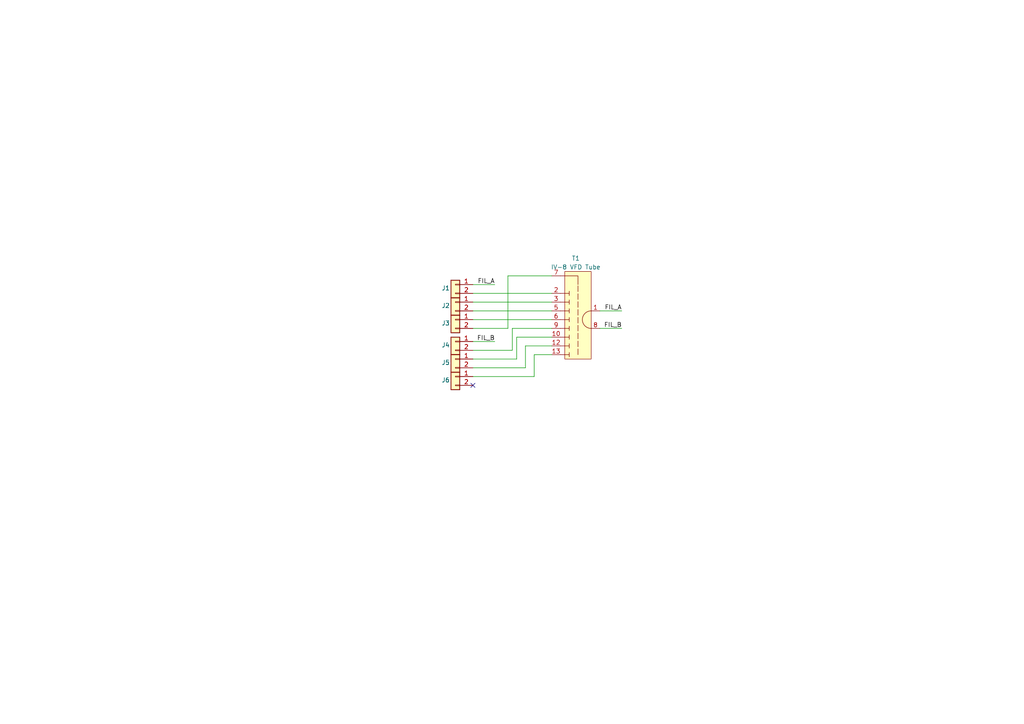
<source format=kicad_sch>
(kicad_sch (version 20250114) (generator "eeschema") (generator_version "9.0")
  (paper "A4")
  (title_block (title "IV-8 Module") (date "2025-04-06") (rev "1") (comment 1 "JB") (comment 2 "E1092"))
  (lib_symbols
    (symbol "Connector_Generic:Conn_01x02" (pin_names (offset 1.016) (hide yes))
      (property "Reference" "J" (at 0 2.54 0))
      (property "Value" "Conn_01x02" (at 0 -5.08 0))
      (symbol "Conn_01x02_1_1"
        (rectangle (start -1.27 1.27) (end 1.27 -3.81) (stroke (width 0.254)) (fill (type background)))
        (rectangle (start -1.27 0.127) (end 0 -0.127) (stroke (width 0.1524)))
        (rectangle (start -1.27 -2.413) (end 0 -2.667) (stroke (width 0.1524)))
        (pin passive line (at -5.08 0 0) (length 3.81) (name "Pin_1") (number "1"))
        (pin passive line (at -5.08 -2.54 0) (length 3.81) (name "Pin_2") (number "2"))
      )
    )
    (symbol "ProjectSym:IV-8"
      (property "Reference" "T?" (at 3.556 15.24 0))
      (symbol "IV-8_1_1"
        (polyline (pts (xy -5.08 12.7) (xy 0 12.7) (xy 0 10.16)))
        (polyline (pts (xy -5.08 7.62) (xy -5.08 7.62)))
        (polyline (pts (xy -5.08 7.62) (xy -2.54 7.62)))
        (polyline (pts (xy -5.08 5.08) (xy -2.54 5.08)))
        (polyline (pts (xy -5.08 2.54) (xy -2.54 2.54)))
        (polyline (pts (xy -5.08 0) (xy -2.54 0)))
        (polyline (pts (xy -5.08 -2.54) (xy -2.54 -2.54)))
        (polyline (pts (xy -5.08 -5.08) (xy -2.54 -5.08)))
        (polyline (pts (xy -5.08 -7.62) (xy -2.54 -7.62)))
        (polyline (pts (xy -5.08 -10.16) (xy -2.54 -10.16)))
        (rectangle (start -3.81 13.97) (end 3.81 -11.43) (fill (type background)))
        (polyline (pts (xy -2.54 8.255) (xy -2.54 6.985)))
        (polyline (pts (xy -2.54 7.62) (xy -2.54 7.62)))
        (polyline (pts (xy -2.54 5.715) (xy -2.54 4.445)))
        (polyline (pts (xy -2.54 5.08) (xy -2.54 5.08)))
        (polyline (pts (xy -2.54 3.175) (xy -2.54 1.905)))
        (polyline (pts (xy -2.54 2.54) (xy -2.54 2.54)))
        (polyline (pts (xy -2.54 0.635) (xy -2.54 -0.635)))
        (polyline (pts (xy -2.54 0) (xy -2.54 0)))
        (polyline (pts (xy -2.54 -1.905) (xy -2.54 -3.175)))
        (polyline (pts (xy -2.54 -2.54) (xy -2.54 -2.54)))
        (polyline (pts (xy -2.54 -4.445) (xy -2.54 -5.715)))
        (polyline (pts (xy -2.54 -5.08) (xy -2.54 -5.08)))
        (polyline (pts (xy -2.54 -6.985) (xy -2.54 -8.255)))
        (polyline (pts (xy -2.54 -7.62) (xy -2.54 -7.62)))
        (polyline (pts (xy -2.54 -9.525) (xy -2.54 -10.795)))
        (polyline (pts (xy -2.54 -10.16) (xy -2.54 -10.16)))
        (polyline (pts (xy 0 -10.16) (xy 0 10.16)) (stroke (width 0) (type dash)))
        (arc (start 3.81 -2.54) (mid 1.27 0) (end 3.81 2.54))
        (pin input line (at -7.62 12.7 0) (length 2.54) (name "") (number "7"))
        (pin input line (at -7.62 7.62 0) (length 2.54) (name "") (number "2"))
        (pin input line (at -7.62 5.08 0) (length 2.54) (name "") (number "3"))
        (pin input line (at -7.62 2.54 0) (length 2.54) (name "") (number "5"))
        (pin input line (at -7.62 0 0) (length 2.54) (name "") (number "6"))
        (pin input line (at -7.62 -2.54 0) (length 2.54) (name "") (number "9"))
        (pin input line (at -7.62 -5.08 0) (length 2.54) (name "") (number "10"))
        (pin input line (at -7.62 -7.62 0) (length 2.54) (name "") (number "12"))
        (pin input line (at -7.62 -10.16 0) (length 2.54) (name "") (number "13"))
        (pin input line (at 6.35 2.54 180) (length 2.54) (name "") (number "1"))
        (pin input line (at 6.35 -2.54 180) (length 2.54) (name "") (number "8"))
      )
    )
  )
  (no_connect (at 137.16 111.76))
  (wire (pts (xy 154.94 102.87) (xy 154.94 109.22)))
  (wire (pts (xy 137.16 90.17) (xy 160.02 90.17)))
  (wire (pts (xy 173.99 95.25) (xy 180.34 95.25)))
  (wire (pts (xy 137.16 104.14) (xy 149.86 104.14)))
  (wire (pts (xy 160.02 102.87) (xy 154.94 102.87)))
  (wire (pts (xy 147.32 80.01) (xy 147.32 95.25)))
  (wire (pts (xy 148.59 101.6) (xy 148.59 95.25)))
  (wire (pts (xy 148.59 95.25) (xy 160.02 95.25)))
  (wire (pts (xy 137.16 82.55) (xy 143.51 82.55)))
  (wire (pts (xy 160.02 80.01) (xy 147.32 80.01)))
  (wire (pts (xy 152.4 100.33) (xy 160.02 100.33)))
  (wire (pts (xy 160.02 97.79) (xy 149.86 97.79)))
  (wire (pts (xy 137.16 106.68) (xy 152.4 106.68)))
  (wire (pts (xy 137.16 109.22) (xy 154.94 109.22)))
  (wire (pts (xy 137.16 92.71) (xy 160.02 92.71)))
  (wire (pts (xy 137.16 99.06) (xy 143.51 99.06)))
  (wire (pts (xy 152.4 106.68) (xy 152.4 100.33)))
  (wire (pts (xy 137.16 95.25) (xy 147.32 95.25)))
  (wire (pts (xy 149.86 97.79) (xy 149.86 104.14)))
  (wire (pts (xy 137.16 85.09) (xy 160.02 85.09)))
  (wire (pts (xy 173.99 90.17) (xy 180.34 90.17)))
  (wire (pts (xy 137.16 87.63) (xy 160.02 87.63)))
  (wire (pts (xy 137.16 101.6) (xy 148.59 101.6)))
  (label "FIL_B" (at 180.34 95.25 180))
  (label "FIL_B" (at 143.51 99.06 180))
  (label "FIL_A" (at 180.34 90.17 180))
  (label "FIL_A" (at 143.51 82.55 180))
  (symbol (lib_id "Connector_Generic:Conn_01x02") (at 132.08 104.14 0) (mirror y) (unit 1)
    (property "Reference" "J5" (at 129.286 105.156 0))
    (property "Value" "Conn_01x02" (effects (hide yes)))
    (property "Footprint" "Connector_PinHeader_2.54mm:PinHeader_1x02_P2.54mm_Vertical" (effects (hide yes)))
    (property "Description" "Generic connector, single row, 01x02, script generated (kicad-library-utils/schlib/autogen/connector/)" (effects (hide yes)))
  )
  (symbol (lib_id "Connector_Generic:Conn_01x02") (at 132.08 109.22 0) (mirror y) (unit 1)
    (property "Reference" "J6" (at 129.286 110.236 0))
    (property "Value" "Conn_01x02" (effects (hide yes)))
    (property "Footprint" "Connector_PinHeader_2.54mm:PinHeader_1x02_P2.54mm_Vertical" (effects (hide yes)))
    (property "Description" "Generic connector, single row, 01x02, script generated (kicad-library-utils/schlib/autogen/connector/)" (effects (hide yes)))
  )
  (symbol (lib_id "Connector_Generic:Conn_01x02") (at 132.08 99.06 0) (mirror y) (unit 1)
    (property "Reference" "J4" (at 129.286 100.076 0))
    (property "Value" "Conn_01x02" (effects (hide yes)))
    (property "Footprint" "Connector_PinHeader_2.54mm:PinHeader_1x02_P2.54mm_Vertical" (effects (hide yes)))
    (property "Description" "Generic connector, single row, 01x02, script generated (kicad-library-utils/schlib/autogen/connector/)" (effects (hide yes)))
  )
  (symbol (lib_id "Connector_Generic:Conn_01x02") (at 132.08 92.71 0) (mirror y) (unit 1)
    (property "Reference" "J3" (at 129.286 93.726 0))
    (property "Value" "Conn_01x02" (effects (hide yes)))
    (property "Footprint" "Connector_PinHeader_2.54mm:PinHeader_1x02_P2.54mm_Vertical" (effects (hide yes)))
    (property "Description" "Generic connector, single row, 01x02, script generated (kicad-library-utils/schlib/autogen/connector/)" (effects (hide yes)))
  )
  (symbol (lib_id "Connector_Generic:Conn_01x02") (at 132.08 82.55 0) (mirror y) (unit 1)
    (property "Reference" "J1" (at 129.286 83.566 0))
    (property "Value" "Conn_01x02" (effects (hide yes)))
    (property "Footprint" "Connector_PinHeader_2.54mm:PinHeader_1x02_P2.54mm_Vertical" (effects (hide yes)))
    (property "Description" "Generic connector, single row, 01x02, script generated (kicad-library-utils/schlib/autogen/connector/)" (effects (hide yes)))
  )
  (symbol (lib_id "ProjectSym:IV-8") (at 167.64 92.71 0) (unit 1)
    (property "Reference" "T1" (at 167.005 74.93 0))
    (property "Value" "IV-8 VFD Tube" (at 167.005 77.47 0))
    (property "Footprint" "Library:IV-8 VFD" (effects (hide yes)))
  )
  (symbol (lib_id "Connector_Generic:Conn_01x02") (at 132.08 87.63 0) (mirror y) (unit 1)
    (property "Reference" "J2" (at 129.286 88.646 0))
    (property "Value" "Conn_01x02" (effects (hide yes)))
    (property "Footprint" "Connector_PinHeader_2.54mm:PinHeader_1x02_P2.54mm_Vertical" (effects (hide yes)))
    (property "Description" "Generic connector, single row, 01x02, script generated (kicad-library-utils/schlib/autogen/connector/)" (effects (hide yes)))
  )
)
</source>
